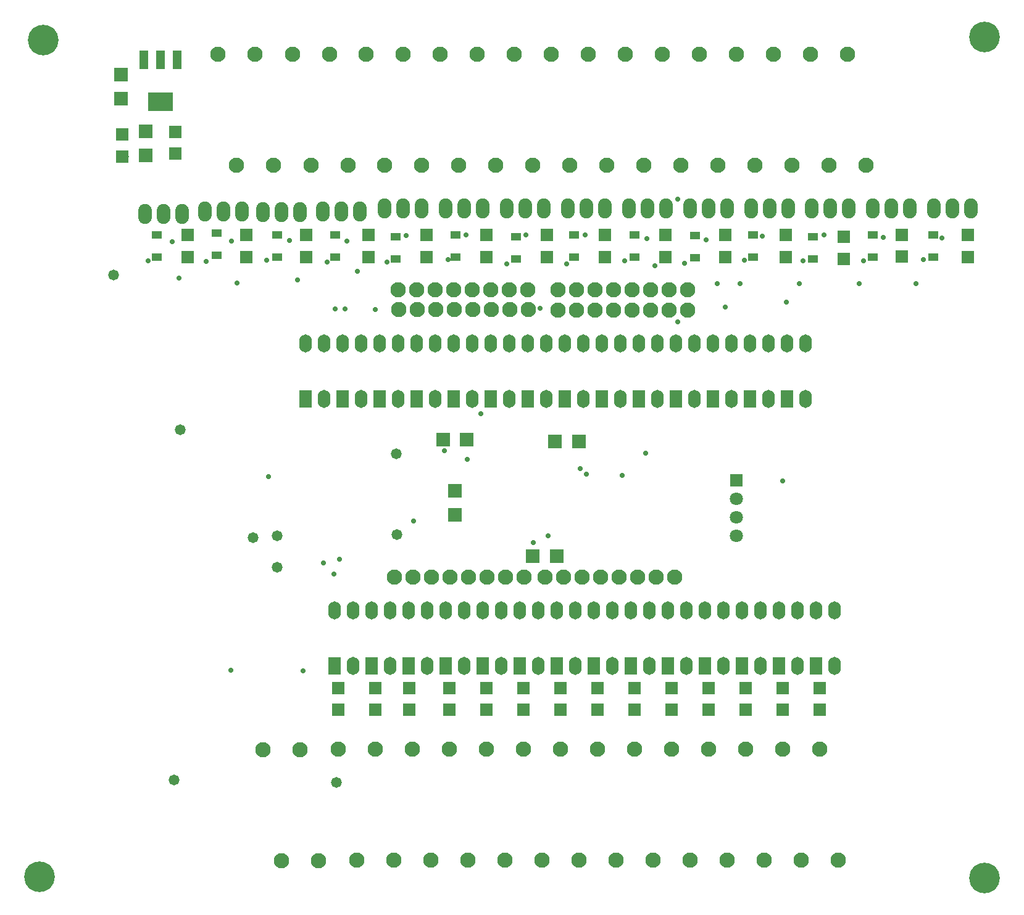
<source format=gbs>
G04*
G04 #@! TF.GenerationSoftware,Altium Limited,Altium Designer,21.3.2 (30)*
G04*
G04 Layer_Color=16711935*
%FSTAX24Y24*%
%MOIN*%
G70*
G04*
G04 #@! TF.SameCoordinates,7032F62B-6258-4621-937C-C93DEBE01454*
G04*
G04*
G04 #@! TF.FilePolarity,Negative*
G04*
G01*
G75*
%ADD30R,0.0710X0.0671*%
%ADD33R,0.0749X0.0749*%
%ADD37R,0.0749X0.0749*%
%ADD39C,0.0827*%
%ADD40R,0.0680X0.0980*%
%ADD41O,0.0680X0.0980*%
%ADD42O,0.0740X0.1080*%
%ADD43C,0.0710*%
%ADD44R,0.0710X0.0710*%
%ADD45C,0.0280*%
%ADD46C,0.1655*%
%ADD47C,0.0580*%
%ADD64R,0.1379X0.1025*%
%ADD65R,0.0474X0.1025*%
%ADD66R,0.0552X0.0434*%
%ADD67R,0.0552X0.0434*%
D30*
X01457Y04043D02*
D03*
Y041611D02*
D03*
X01171Y040279D02*
D03*
Y041461D02*
D03*
X05383Y036041D02*
D03*
Y034859D02*
D03*
X023392Y011544D02*
D03*
Y010363D02*
D03*
X049367D02*
D03*
Y011544D02*
D03*
X047369Y010363D02*
D03*
Y011544D02*
D03*
X045371Y010363D02*
D03*
Y011544D02*
D03*
X043373Y010363D02*
D03*
Y011544D02*
D03*
X041375Y010363D02*
D03*
Y011544D02*
D03*
X039377Y010363D02*
D03*
Y011544D02*
D03*
X037379Y010363D02*
D03*
Y011544D02*
D03*
X035381Y010363D02*
D03*
Y011544D02*
D03*
X033383Y010363D02*
D03*
Y011544D02*
D03*
X031385Y010363D02*
D03*
Y011544D02*
D03*
X029387Y010363D02*
D03*
Y011544D02*
D03*
X02722Y010359D02*
D03*
Y011541D02*
D03*
X025391Y010363D02*
D03*
Y011544D02*
D03*
X015256Y036024D02*
D03*
Y034843D02*
D03*
X057382D02*
D03*
Y036024D02*
D03*
X050689Y034744D02*
D03*
Y035925D02*
D03*
X047539Y036024D02*
D03*
Y034843D02*
D03*
X044291Y036024D02*
D03*
Y034843D02*
D03*
X041043Y036024D02*
D03*
Y034843D02*
D03*
X037795Y036024D02*
D03*
Y034843D02*
D03*
X034646Y036024D02*
D03*
Y034843D02*
D03*
X031398Y036024D02*
D03*
Y034843D02*
D03*
X02815Y036024D02*
D03*
Y034843D02*
D03*
X025Y036024D02*
D03*
Y034843D02*
D03*
X021654Y036024D02*
D03*
Y034843D02*
D03*
X018406D02*
D03*
Y036024D02*
D03*
D33*
X01298Y04163D02*
D03*
Y04033D02*
D03*
X01166Y04469D02*
D03*
Y04339D02*
D03*
X02968Y02091D02*
D03*
Y02221D02*
D03*
D37*
X033898Y018662D02*
D03*
X035197D02*
D03*
X035076Y024855D02*
D03*
X036375D02*
D03*
X029033Y024953D02*
D03*
X030332D02*
D03*
D39*
X02666Y03199D02*
D03*
X03366D02*
D03*
X03266D02*
D03*
X03166D02*
D03*
X03066D02*
D03*
X02966D02*
D03*
X02766D02*
D03*
X02866D02*
D03*
X021902Y039798D02*
D03*
X023902D02*
D03*
X020902Y045798D02*
D03*
X022902D02*
D03*
X050876Y045803D02*
D03*
X048876D02*
D03*
X051876Y039803D02*
D03*
X049876D02*
D03*
X03724Y03198D02*
D03*
X03624D02*
D03*
X03824D02*
D03*
X03924D02*
D03*
X04024D02*
D03*
X04124D02*
D03*
X04224D02*
D03*
X03524D02*
D03*
X024391Y002235D02*
D03*
X026391D02*
D03*
X023391Y008235D02*
D03*
X025391D02*
D03*
X02863Y03307D02*
D03*
X02763D02*
D03*
X02963D02*
D03*
X03063D02*
D03*
X03163D02*
D03*
X03263D02*
D03*
X03363D02*
D03*
X02663D02*
D03*
X03725D02*
D03*
X03625D02*
D03*
X03825D02*
D03*
X03925D02*
D03*
X04025D02*
D03*
X04125D02*
D03*
X04225D02*
D03*
X03525D02*
D03*
X030876Y045803D02*
D03*
X028876D02*
D03*
X031876Y039803D02*
D03*
X029876D02*
D03*
X034876Y045803D02*
D03*
X032876D02*
D03*
X035876Y039803D02*
D03*
X033876D02*
D03*
X038876Y045803D02*
D03*
X036876D02*
D03*
X039876Y039803D02*
D03*
X037876D02*
D03*
X042876Y045803D02*
D03*
X040876D02*
D03*
X043876Y039803D02*
D03*
X041876D02*
D03*
X045876D02*
D03*
X047876D02*
D03*
X044876Y045803D02*
D03*
X046876D02*
D03*
X026876D02*
D03*
X024876D02*
D03*
X027876Y039803D02*
D03*
X025876D02*
D03*
X04156Y01753D02*
D03*
X03456D02*
D03*
X03556D02*
D03*
X03656D02*
D03*
X03756D02*
D03*
X03856D02*
D03*
X04056D02*
D03*
X03956D02*
D03*
X03343Y01754D02*
D03*
X02643D02*
D03*
X02743D02*
D03*
X02843D02*
D03*
X02943D02*
D03*
X03043D02*
D03*
X03243D02*
D03*
X03143D02*
D03*
X049391Y008235D02*
D03*
X047391D02*
D03*
X050391Y002235D02*
D03*
X048391D02*
D03*
X045391Y008235D02*
D03*
X043391D02*
D03*
X046391Y002235D02*
D03*
X044391D02*
D03*
X041391Y008235D02*
D03*
X039391D02*
D03*
X042391Y002235D02*
D03*
X040391D02*
D03*
X037391Y008235D02*
D03*
X035391D02*
D03*
X038391Y002235D02*
D03*
X036391D02*
D03*
X033391Y008235D02*
D03*
X031391D02*
D03*
X034391Y002235D02*
D03*
X032391D02*
D03*
X029391Y008235D02*
D03*
X027391D02*
D03*
X030391Y002235D02*
D03*
X028391D02*
D03*
X01889Y0458D02*
D03*
X01689D02*
D03*
X01989Y0398D02*
D03*
X01789D02*
D03*
X02032Y002195D02*
D03*
X02232D02*
D03*
X01932Y008195D02*
D03*
X02132D02*
D03*
D40*
X023617Y02715D02*
D03*
X021617D02*
D03*
X033617D02*
D03*
X031617D02*
D03*
X045617D02*
D03*
X043617D02*
D03*
X041617D02*
D03*
X039617D02*
D03*
X025617D02*
D03*
X029617D02*
D03*
X027617D02*
D03*
X035617D02*
D03*
X037617D02*
D03*
X047617D02*
D03*
X023178Y012746D02*
D03*
X037178D02*
D03*
X049178D02*
D03*
X035178D02*
D03*
X039178D02*
D03*
X025178D02*
D03*
X041178D02*
D03*
X027178D02*
D03*
X043178D02*
D03*
X029178D02*
D03*
X045178D02*
D03*
X031178D02*
D03*
X047178D02*
D03*
X033178D02*
D03*
D41*
X024617Y02715D02*
D03*
Y03015D02*
D03*
X023617D02*
D03*
X022617Y02715D02*
D03*
Y03015D02*
D03*
X021617D02*
D03*
X034617Y02715D02*
D03*
Y03015D02*
D03*
X033617D02*
D03*
X032617Y02715D02*
D03*
Y03015D02*
D03*
X031617D02*
D03*
X046617Y02715D02*
D03*
Y03015D02*
D03*
X045617D02*
D03*
X044617Y02715D02*
D03*
Y03015D02*
D03*
X043617D02*
D03*
X042617Y02715D02*
D03*
Y03015D02*
D03*
X041617D02*
D03*
X040617Y02715D02*
D03*
Y03015D02*
D03*
X039617D02*
D03*
X026617Y02715D02*
D03*
Y03015D02*
D03*
X025617D02*
D03*
X030617Y02715D02*
D03*
Y03015D02*
D03*
X029617D02*
D03*
X028617Y02715D02*
D03*
Y03015D02*
D03*
X027617D02*
D03*
X036617Y02715D02*
D03*
Y03015D02*
D03*
X035617D02*
D03*
X038617Y02715D02*
D03*
Y03015D02*
D03*
X037617D02*
D03*
X048617Y02715D02*
D03*
Y03015D02*
D03*
X047617D02*
D03*
X023178Y015746D02*
D03*
X024178D02*
D03*
Y012746D02*
D03*
X037178Y015746D02*
D03*
X038178D02*
D03*
Y012746D02*
D03*
X049178Y015746D02*
D03*
X050178D02*
D03*
Y012746D02*
D03*
X035178Y015746D02*
D03*
X036178D02*
D03*
Y012746D02*
D03*
X039178Y015746D02*
D03*
X040178D02*
D03*
Y012746D02*
D03*
X025178Y015746D02*
D03*
X026178D02*
D03*
Y012746D02*
D03*
X041178Y015746D02*
D03*
X042178D02*
D03*
Y012746D02*
D03*
X027178Y015746D02*
D03*
X028178D02*
D03*
Y012746D02*
D03*
X043178Y015746D02*
D03*
X044178D02*
D03*
Y012746D02*
D03*
X029178Y015746D02*
D03*
X030178D02*
D03*
Y012746D02*
D03*
X045178Y015746D02*
D03*
X046178D02*
D03*
Y012746D02*
D03*
X031178Y015746D02*
D03*
X032178D02*
D03*
Y012746D02*
D03*
X047178Y015746D02*
D03*
X048178D02*
D03*
Y012746D02*
D03*
X033178Y015746D02*
D03*
X034178D02*
D03*
Y012746D02*
D03*
D42*
X01294Y03715D02*
D03*
X01394D02*
D03*
X01494D02*
D03*
X01618Y03731D02*
D03*
X01718D02*
D03*
X01818D02*
D03*
X01933Y03727D02*
D03*
X02033D02*
D03*
X02133D02*
D03*
X047667Y03745D02*
D03*
X046667D02*
D03*
X045667D02*
D03*
X05756D02*
D03*
X05656D02*
D03*
X05556D02*
D03*
X02454Y03731D02*
D03*
X02354D02*
D03*
X02254D02*
D03*
X027881Y03745D02*
D03*
X026881D02*
D03*
X025881D02*
D03*
X031178D02*
D03*
X030178D02*
D03*
X029178D02*
D03*
X034476D02*
D03*
X033476D02*
D03*
X032476D02*
D03*
X037774D02*
D03*
X036774D02*
D03*
X035774D02*
D03*
X041072D02*
D03*
X040072D02*
D03*
X039072D02*
D03*
X044369D02*
D03*
X043369D02*
D03*
X042369D02*
D03*
X050965D02*
D03*
X049965D02*
D03*
X048965D02*
D03*
X054262D02*
D03*
X053262D02*
D03*
X052262D02*
D03*
D43*
X044866Y020763D02*
D03*
Y021763D02*
D03*
Y019763D02*
D03*
D44*
Y022763D02*
D03*
D45*
X01626Y03459D02*
D03*
X02277Y03455D02*
D03*
X026Y03457D02*
D03*
X05498Y03471D02*
D03*
X05597Y03588D02*
D03*
X05282Y03589D02*
D03*
X04629Y03595D02*
D03*
X04324Y03578D02*
D03*
X04006Y03582D02*
D03*
X03886Y03463D02*
D03*
X03573Y03447D02*
D03*
X03249D02*
D03*
X04209Y0345D02*
D03*
X02385Y03571D02*
D03*
X02075Y03574D02*
D03*
X0176Y0357D02*
D03*
X0144Y03568D02*
D03*
X02705Y03601D02*
D03*
X030273Y036033D02*
D03*
X03352Y03604D02*
D03*
X036727Y036033D02*
D03*
X04049Y03437D02*
D03*
X01286Y04554D02*
D03*
X04739Y02273D02*
D03*
X04172Y03798D02*
D03*
X04509Y03339D02*
D03*
X04828D02*
D03*
X0515D02*
D03*
X054566D02*
D03*
X04386D02*
D03*
X04758Y03241D02*
D03*
X03428Y03205D02*
D03*
X02442Y03405D02*
D03*
X02119Y033597D02*
D03*
X01833Y03603D02*
D03*
X01793Y03342D02*
D03*
X01478Y03371D02*
D03*
X0131Y03463D02*
D03*
X0195Y03466D02*
D03*
X02932Y03471D02*
D03*
X04532Y03468D02*
D03*
X04847Y03462D02*
D03*
X04963Y03604D02*
D03*
X05175Y03463D02*
D03*
X0443Y03603D02*
D03*
X02538Y03199D02*
D03*
X02376Y03202D02*
D03*
X02322D02*
D03*
X03786Y03481D02*
D03*
X03464Y03482D02*
D03*
X03142Y03483D02*
D03*
X02813Y0348D02*
D03*
X02504Y03478D02*
D03*
X0217Y03484D02*
D03*
X01842Y03485D02*
D03*
X01528Y03483D02*
D03*
X04757Y03476D02*
D03*
X044291Y034819D02*
D03*
Y032131D02*
D03*
X04102Y03482D02*
D03*
X0417Y03132D02*
D03*
X0507Y03473D02*
D03*
X05383Y0348D02*
D03*
X05744Y03482D02*
D03*
X02346Y01851D02*
D03*
X02258Y01829D02*
D03*
X02149Y01246D02*
D03*
X01757Y0125D02*
D03*
X04938Y01158D02*
D03*
X04737Y011623D02*
D03*
X045362Y011598D02*
D03*
X04337Y011607D02*
D03*
X04142Y0116D02*
D03*
X03939Y011557D02*
D03*
X03739Y011555D02*
D03*
X03542Y011583D02*
D03*
X033383Y011577D02*
D03*
X031385Y011615D02*
D03*
X0294Y011558D02*
D03*
X02722Y011541D02*
D03*
X025391Y011561D02*
D03*
X023404Y011544D02*
D03*
X02314Y01771D02*
D03*
X03679Y02309D02*
D03*
X03872Y02302D02*
D03*
X03999Y02423D02*
D03*
X03646Y0234D02*
D03*
X03472Y01975D02*
D03*
X03034Y02391D02*
D03*
X02968Y02093D02*
D03*
X01961Y02295D02*
D03*
X02746Y02057D02*
D03*
X03107Y02637D02*
D03*
X02913Y02436D02*
D03*
X0339Y01939D02*
D03*
D46*
X00726Y00133D02*
D03*
X05827Y00127D02*
D03*
X05828Y04672D02*
D03*
X00745Y04657D02*
D03*
D47*
X02009Y01808D02*
D03*
X02007Y01978D02*
D03*
X02652Y02421D02*
D03*
X01124Y03388D02*
D03*
X02327Y00642D02*
D03*
X01451Y00655D02*
D03*
X01486Y02549D02*
D03*
X02655Y01982D02*
D03*
X01878Y01965D02*
D03*
X01179Y04026D02*
D03*
D64*
X01379Y043228D02*
D03*
D65*
X014696Y045512D02*
D03*
X01379D02*
D03*
X012884D02*
D03*
D66*
X055512Y034833D02*
D03*
X052264D02*
D03*
X049016Y034735D02*
D03*
X045768Y034833D02*
D03*
X042661Y034801D02*
D03*
X03937Y034833D02*
D03*
X036122D02*
D03*
X032972Y034735D02*
D03*
X029724Y034833D02*
D03*
X026476Y034735D02*
D03*
X023228Y034833D02*
D03*
X020079D02*
D03*
X016831Y034931D02*
D03*
X013583Y034833D02*
D03*
D67*
X055512Y036033D02*
D03*
X052264D02*
D03*
X049016Y035935D02*
D03*
X045768Y036033D02*
D03*
X042661Y036001D02*
D03*
X03937Y036033D02*
D03*
X036122D02*
D03*
X032972Y035935D02*
D03*
X029724Y036033D02*
D03*
X026476Y035935D02*
D03*
X023228Y036033D02*
D03*
X020079D02*
D03*
X016831Y036131D02*
D03*
X013583Y036033D02*
D03*
M02*

</source>
